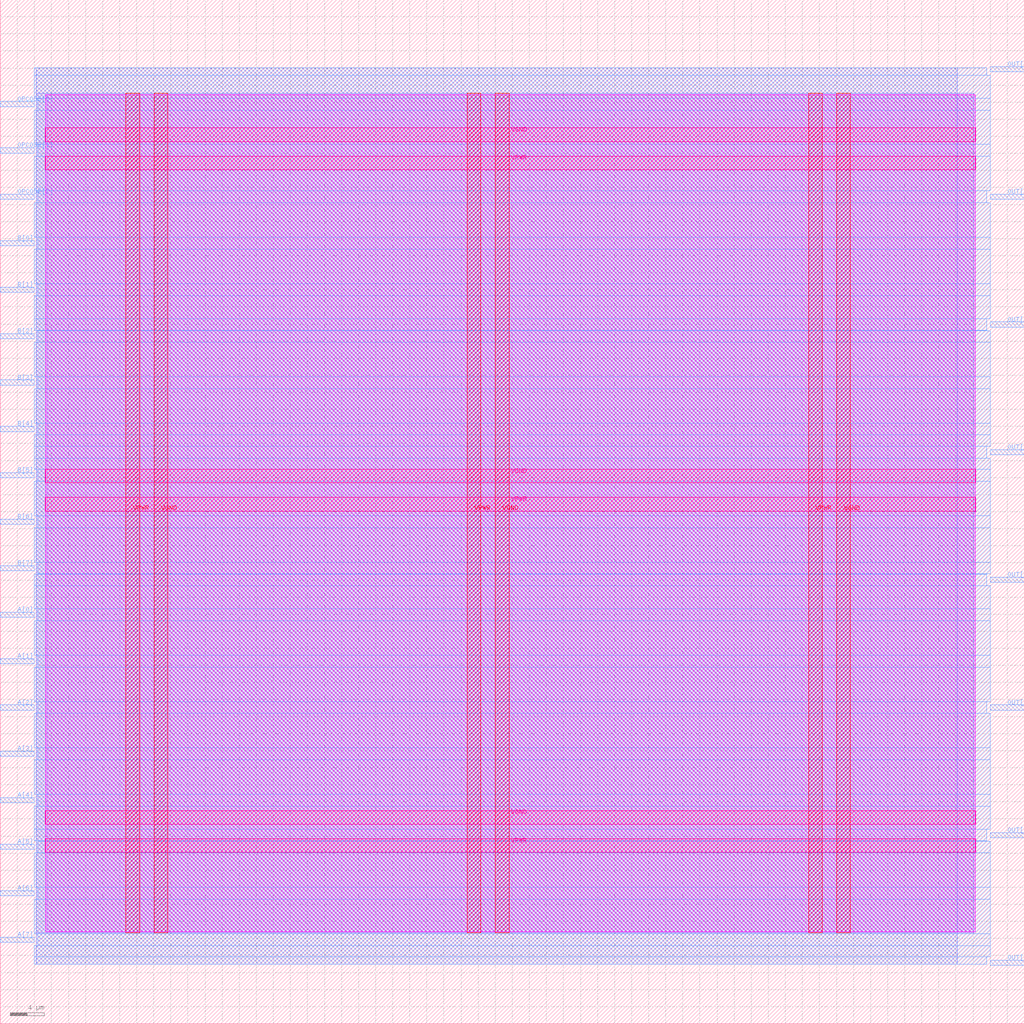
<source format=lef>
VERSION 5.7 ;
  NOWIREEXTENSIONATPIN ON ;
  DIVIDERCHAR "/" ;
  BUSBITCHARS "[]" ;
MACRO alu
  CLASS BLOCK ;
  FOREIGN alu ;
  ORIGIN 0.000 0.000 ;
  SIZE 120.000 BY 120.000 ;
  PIN A[0]
    DIRECTION INPUT ;
    USE SIGNAL ;
    ANTENNAGATEAREA 0.159000 ;
    PORT
      LAYER met3 ;
        RECT 0.000 47.640 4.000 48.240 ;
    END
  END A[0]
  PIN A[1]
    DIRECTION INPUT ;
    USE SIGNAL ;
    ANTENNAGATEAREA 0.213000 ;
    PORT
      LAYER met3 ;
        RECT 0.000 42.200 4.000 42.800 ;
    END
  END A[1]
  PIN A[2]
    DIRECTION INPUT ;
    USE SIGNAL ;
    ANTENNAGATEAREA 0.213000 ;
    PORT
      LAYER met3 ;
        RECT 0.000 36.760 4.000 37.360 ;
    END
  END A[2]
  PIN A[3]
    DIRECTION INPUT ;
    USE SIGNAL ;
    ANTENNAGATEAREA 0.213000 ;
    PORT
      LAYER met3 ;
        RECT 0.000 31.320 4.000 31.920 ;
    END
  END A[3]
  PIN A[4]
    DIRECTION INPUT ;
    USE SIGNAL ;
    ANTENNAGATEAREA 0.213000 ;
    PORT
      LAYER met3 ;
        RECT 0.000 25.880 4.000 26.480 ;
    END
  END A[4]
  PIN A[5]
    DIRECTION INPUT ;
    USE SIGNAL ;
    ANTENNAGATEAREA 0.213000 ;
    PORT
      LAYER met3 ;
        RECT 0.000 20.440 4.000 21.040 ;
    END
  END A[5]
  PIN A[6]
    DIRECTION INPUT ;
    USE SIGNAL ;
    ANTENNAGATEAREA 0.126000 ;
    PORT
      LAYER met3 ;
        RECT 0.000 15.000 4.000 15.600 ;
    END
  END A[6]
  PIN A[7]
    DIRECTION INPUT ;
    USE SIGNAL ;
    ANTENNAGATEAREA 0.126000 ;
    PORT
      LAYER met3 ;
        RECT 0.000 9.560 4.000 10.160 ;
    END
  END A[7]
  PIN B[0]
    DIRECTION INPUT ;
    USE SIGNAL ;
    ANTENNAGATEAREA 0.159000 ;
    PORT
      LAYER met3 ;
        RECT 0.000 91.160 4.000 91.760 ;
    END
  END B[0]
  PIN B[1]
    DIRECTION INPUT ;
    USE SIGNAL ;
    ANTENNAGATEAREA 0.213000 ;
    PORT
      LAYER met3 ;
        RECT 0.000 85.720 4.000 86.320 ;
    END
  END B[1]
  PIN B[2]
    DIRECTION INPUT ;
    USE SIGNAL ;
    ANTENNAGATEAREA 0.213000 ;
    PORT
      LAYER met3 ;
        RECT 0.000 80.280 4.000 80.880 ;
    END
  END B[2]
  PIN B[3]
    DIRECTION INPUT ;
    USE SIGNAL ;
    ANTENNAGATEAREA 0.213000 ;
    PORT
      LAYER met3 ;
        RECT 0.000 74.840 4.000 75.440 ;
    END
  END B[3]
  PIN B[4]
    DIRECTION INPUT ;
    USE SIGNAL ;
    ANTENNAGATEAREA 0.213000 ;
    PORT
      LAYER met3 ;
        RECT 0.000 69.400 4.000 70.000 ;
    END
  END B[4]
  PIN B[5]
    DIRECTION INPUT ;
    USE SIGNAL ;
    ANTENNAGATEAREA 0.126000 ;
    PORT
      LAYER met3 ;
        RECT 0.000 63.960 4.000 64.560 ;
    END
  END B[5]
  PIN B[6]
    DIRECTION INPUT ;
    USE SIGNAL ;
    ANTENNAGATEAREA 0.196500 ;
    PORT
      LAYER met3 ;
        RECT 0.000 58.520 4.000 59.120 ;
    END
  END B[6]
  PIN B[7]
    DIRECTION INPUT ;
    USE SIGNAL ;
    ANTENNAGATEAREA 0.196500 ;
    PORT
      LAYER met3 ;
        RECT 0.000 53.080 4.000 53.680 ;
    END
  END B[7]
  PIN OPCODE[0]
    DIRECTION INPUT ;
    USE SIGNAL ;
    ANTENNAGATEAREA 0.196500 ;
    PORT
      LAYER met3 ;
        RECT 0.000 107.480 4.000 108.080 ;
    END
  END OPCODE[0]
  PIN OPCODE[1]
    DIRECTION INPUT ;
    USE SIGNAL ;
    ANTENNAGATEAREA 0.213000 ;
    PORT
      LAYER met3 ;
        RECT 0.000 102.040 4.000 102.640 ;
    END
  END OPCODE[1]
  PIN OPCODE[2]
    DIRECTION INPUT ;
    USE SIGNAL ;
    ANTENNAGATEAREA 0.213000 ;
    PORT
      LAYER met3 ;
        RECT 0.000 96.600 4.000 97.200 ;
    END
  END OPCODE[2]
  PIN OUT[0]
    DIRECTION OUTPUT ;
    USE SIGNAL ;
    ANTENNADIFFAREA 0.445500 ;
    PORT
      LAYER met3 ;
        RECT 116.000 111.560 120.000 112.160 ;
    END
  END OUT[0]
  PIN OUT[1]
    DIRECTION OUTPUT ;
    USE SIGNAL ;
    ANTENNADIFFAREA 0.445500 ;
    PORT
      LAYER met3 ;
        RECT 116.000 96.600 120.000 97.200 ;
    END
  END OUT[1]
  PIN OUT[2]
    DIRECTION OUTPUT ;
    USE SIGNAL ;
    ANTENNADIFFAREA 0.445500 ;
    PORT
      LAYER met3 ;
        RECT 116.000 81.640 120.000 82.240 ;
    END
  END OUT[2]
  PIN OUT[3]
    DIRECTION OUTPUT ;
    USE SIGNAL ;
    ANTENNADIFFAREA 0.445500 ;
    PORT
      LAYER met3 ;
        RECT 116.000 66.680 120.000 67.280 ;
    END
  END OUT[3]
  PIN OUT[4]
    DIRECTION OUTPUT ;
    USE SIGNAL ;
    ANTENNADIFFAREA 0.445500 ;
    PORT
      LAYER met3 ;
        RECT 116.000 51.720 120.000 52.320 ;
    END
  END OUT[4]
  PIN OUT[5]
    DIRECTION OUTPUT ;
    USE SIGNAL ;
    ANTENNADIFFAREA 0.445500 ;
    PORT
      LAYER met3 ;
        RECT 116.000 36.760 120.000 37.360 ;
    END
  END OUT[5]
  PIN OUT[6]
    DIRECTION OUTPUT ;
    USE SIGNAL ;
    ANTENNADIFFAREA 0.445500 ;
    PORT
      LAYER met3 ;
        RECT 116.000 21.800 120.000 22.400 ;
    END
  END OUT[6]
  PIN OUT[7]
    DIRECTION OUTPUT ;
    USE SIGNAL ;
    ANTENNADIFFAREA 0.445500 ;
    PORT
      LAYER met3 ;
        RECT 116.000 6.840 120.000 7.440 ;
    END
  END OUT[7]
  PIN VGND
    DIRECTION INOUT ;
    USE GROUND ;
    PORT
      LAYER met4 ;
        RECT 18.020 10.640 19.620 109.040 ;
    END
    PORT
      LAYER met4 ;
        RECT 58.020 10.640 59.620 109.040 ;
    END
    PORT
      LAYER met4 ;
        RECT 98.020 10.640 99.620 109.040 ;
    END
    PORT
      LAYER met5 ;
        RECT 5.280 23.380 114.320 24.980 ;
    END
    PORT
      LAYER met5 ;
        RECT 5.280 63.380 114.320 64.980 ;
    END
    PORT
      LAYER met5 ;
        RECT 5.280 103.380 114.320 104.980 ;
    END
  END VGND
  PIN VPWR
    DIRECTION INOUT ;
    USE POWER ;
    PORT
      LAYER met4 ;
        RECT 14.720 10.640 16.320 109.040 ;
    END
    PORT
      LAYER met4 ;
        RECT 54.720 10.640 56.320 109.040 ;
    END
    PORT
      LAYER met4 ;
        RECT 94.720 10.640 96.320 109.040 ;
    END
    PORT
      LAYER met5 ;
        RECT 5.280 20.080 114.320 21.680 ;
    END
    PORT
      LAYER met5 ;
        RECT 5.280 60.080 114.320 61.680 ;
    END
    PORT
      LAYER met5 ;
        RECT 5.280 100.080 114.320 101.680 ;
    END
  END VPWR
  OBS
      LAYER nwell ;
        RECT 5.330 10.795 114.270 108.885 ;
      LAYER li1 ;
        RECT 5.520 10.795 114.080 108.885 ;
      LAYER met1 ;
        RECT 4.210 10.640 114.080 109.040 ;
      LAYER met2 ;
        RECT 4.230 6.955 112.150 112.045 ;
      LAYER met3 ;
        RECT 3.990 111.160 115.600 112.025 ;
        RECT 3.990 108.480 116.000 111.160 ;
        RECT 4.400 107.080 116.000 108.480 ;
        RECT 3.990 103.040 116.000 107.080 ;
        RECT 4.400 101.640 116.000 103.040 ;
        RECT 3.990 97.600 116.000 101.640 ;
        RECT 4.400 96.200 115.600 97.600 ;
        RECT 3.990 92.160 116.000 96.200 ;
        RECT 4.400 90.760 116.000 92.160 ;
        RECT 3.990 86.720 116.000 90.760 ;
        RECT 4.400 85.320 116.000 86.720 ;
        RECT 3.990 82.640 116.000 85.320 ;
        RECT 3.990 81.280 115.600 82.640 ;
        RECT 4.400 81.240 115.600 81.280 ;
        RECT 4.400 79.880 116.000 81.240 ;
        RECT 3.990 75.840 116.000 79.880 ;
        RECT 4.400 74.440 116.000 75.840 ;
        RECT 3.990 70.400 116.000 74.440 ;
        RECT 4.400 69.000 116.000 70.400 ;
        RECT 3.990 67.680 116.000 69.000 ;
        RECT 3.990 66.280 115.600 67.680 ;
        RECT 3.990 64.960 116.000 66.280 ;
        RECT 4.400 63.560 116.000 64.960 ;
        RECT 3.990 59.520 116.000 63.560 ;
        RECT 4.400 58.120 116.000 59.520 ;
        RECT 3.990 54.080 116.000 58.120 ;
        RECT 4.400 52.720 116.000 54.080 ;
        RECT 4.400 52.680 115.600 52.720 ;
        RECT 3.990 51.320 115.600 52.680 ;
        RECT 3.990 48.640 116.000 51.320 ;
        RECT 4.400 47.240 116.000 48.640 ;
        RECT 3.990 43.200 116.000 47.240 ;
        RECT 4.400 41.800 116.000 43.200 ;
        RECT 3.990 37.760 116.000 41.800 ;
        RECT 4.400 36.360 115.600 37.760 ;
        RECT 3.990 32.320 116.000 36.360 ;
        RECT 4.400 30.920 116.000 32.320 ;
        RECT 3.990 26.880 116.000 30.920 ;
        RECT 4.400 25.480 116.000 26.880 ;
        RECT 3.990 22.800 116.000 25.480 ;
        RECT 3.990 21.440 115.600 22.800 ;
        RECT 4.400 21.400 115.600 21.440 ;
        RECT 4.400 20.040 116.000 21.400 ;
        RECT 3.990 16.000 116.000 20.040 ;
        RECT 4.400 14.600 116.000 16.000 ;
        RECT 3.990 10.560 116.000 14.600 ;
        RECT 4.400 9.160 116.000 10.560 ;
        RECT 3.990 7.840 116.000 9.160 ;
        RECT 3.990 6.975 115.600 7.840 ;
  END
END alu
END LIBRARY


</source>
